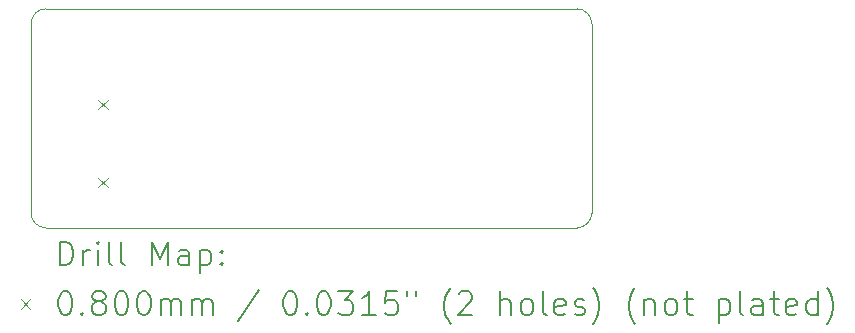
<source format=gbr>
%TF.GenerationSoftware,KiCad,Pcbnew,7.0.2*%
%TF.CreationDate,2023-10-30T14:33:18+01:00*%
%TF.ProjectId,programmer_board,70726f67-7261-46d6-9d65-725f626f6172,rev?*%
%TF.SameCoordinates,Original*%
%TF.FileFunction,Drillmap*%
%TF.FilePolarity,Positive*%
%FSLAX45Y45*%
G04 Gerber Fmt 4.5, Leading zero omitted, Abs format (unit mm)*
G04 Created by KiCad (PCBNEW 7.0.2) date 2023-10-30 14:33:18*
%MOMM*%
%LPD*%
G01*
G04 APERTURE LIST*
%ADD10C,0.100000*%
%ADD11C,0.200000*%
%ADD12C,0.080000*%
G04 APERTURE END LIST*
D10*
X8344803Y-8585200D02*
X8343900Y-10185400D01*
X13092797Y-10185400D02*
X13092797Y-8585200D01*
X12965797Y-10312397D02*
G75*
G03*
X13092797Y-10185400I3J126997D01*
G01*
X8471803Y-8458203D02*
G75*
G03*
X8344803Y-8585200I-3J-126997D01*
G01*
X8343900Y-10185400D02*
G75*
G03*
X8470900Y-10312400I127000J0D01*
G01*
X13092800Y-8585200D02*
G75*
G03*
X12965797Y-8458200I-127000J0D01*
G01*
X8470900Y-10312400D02*
X12965797Y-10312400D01*
X8471803Y-8458200D02*
X12965797Y-8458200D01*
D11*
D12*
X8913800Y-9229650D02*
X8993800Y-9309650D01*
X8993800Y-9229650D02*
X8913800Y-9309650D01*
X8913800Y-9889650D02*
X8993800Y-9969650D01*
X8993800Y-9889650D02*
X8913800Y-9969650D01*
D11*
X8586519Y-10629924D02*
X8586519Y-10429924D01*
X8586519Y-10429924D02*
X8634138Y-10429924D01*
X8634138Y-10429924D02*
X8662710Y-10439448D01*
X8662710Y-10439448D02*
X8681757Y-10458495D01*
X8681757Y-10458495D02*
X8691281Y-10477543D01*
X8691281Y-10477543D02*
X8700805Y-10515638D01*
X8700805Y-10515638D02*
X8700805Y-10544210D01*
X8700805Y-10544210D02*
X8691281Y-10582305D01*
X8691281Y-10582305D02*
X8681757Y-10601352D01*
X8681757Y-10601352D02*
X8662710Y-10620400D01*
X8662710Y-10620400D02*
X8634138Y-10629924D01*
X8634138Y-10629924D02*
X8586519Y-10629924D01*
X8786519Y-10629924D02*
X8786519Y-10496590D01*
X8786519Y-10534686D02*
X8796043Y-10515638D01*
X8796043Y-10515638D02*
X8805567Y-10506114D01*
X8805567Y-10506114D02*
X8824614Y-10496590D01*
X8824614Y-10496590D02*
X8843662Y-10496590D01*
X8910329Y-10629924D02*
X8910329Y-10496590D01*
X8910329Y-10429924D02*
X8900805Y-10439448D01*
X8900805Y-10439448D02*
X8910329Y-10448971D01*
X8910329Y-10448971D02*
X8919852Y-10439448D01*
X8919852Y-10439448D02*
X8910329Y-10429924D01*
X8910329Y-10429924D02*
X8910329Y-10448971D01*
X9034138Y-10629924D02*
X9015090Y-10620400D01*
X9015090Y-10620400D02*
X9005567Y-10601352D01*
X9005567Y-10601352D02*
X9005567Y-10429924D01*
X9138900Y-10629924D02*
X9119852Y-10620400D01*
X9119852Y-10620400D02*
X9110329Y-10601352D01*
X9110329Y-10601352D02*
X9110329Y-10429924D01*
X9367471Y-10629924D02*
X9367471Y-10429924D01*
X9367471Y-10429924D02*
X9434138Y-10572781D01*
X9434138Y-10572781D02*
X9500805Y-10429924D01*
X9500805Y-10429924D02*
X9500805Y-10629924D01*
X9681757Y-10629924D02*
X9681757Y-10525162D01*
X9681757Y-10525162D02*
X9672233Y-10506114D01*
X9672233Y-10506114D02*
X9653186Y-10496590D01*
X9653186Y-10496590D02*
X9615090Y-10496590D01*
X9615090Y-10496590D02*
X9596043Y-10506114D01*
X9681757Y-10620400D02*
X9662710Y-10629924D01*
X9662710Y-10629924D02*
X9615090Y-10629924D01*
X9615090Y-10629924D02*
X9596043Y-10620400D01*
X9596043Y-10620400D02*
X9586519Y-10601352D01*
X9586519Y-10601352D02*
X9586519Y-10582305D01*
X9586519Y-10582305D02*
X9596043Y-10563257D01*
X9596043Y-10563257D02*
X9615090Y-10553733D01*
X9615090Y-10553733D02*
X9662710Y-10553733D01*
X9662710Y-10553733D02*
X9681757Y-10544210D01*
X9776995Y-10496590D02*
X9776995Y-10696590D01*
X9776995Y-10506114D02*
X9796043Y-10496590D01*
X9796043Y-10496590D02*
X9834138Y-10496590D01*
X9834138Y-10496590D02*
X9853186Y-10506114D01*
X9853186Y-10506114D02*
X9862710Y-10515638D01*
X9862710Y-10515638D02*
X9872233Y-10534686D01*
X9872233Y-10534686D02*
X9872233Y-10591829D01*
X9872233Y-10591829D02*
X9862710Y-10610876D01*
X9862710Y-10610876D02*
X9853186Y-10620400D01*
X9853186Y-10620400D02*
X9834138Y-10629924D01*
X9834138Y-10629924D02*
X9796043Y-10629924D01*
X9796043Y-10629924D02*
X9776995Y-10620400D01*
X9957948Y-10610876D02*
X9967471Y-10620400D01*
X9967471Y-10620400D02*
X9957948Y-10629924D01*
X9957948Y-10629924D02*
X9948424Y-10620400D01*
X9948424Y-10620400D02*
X9957948Y-10610876D01*
X9957948Y-10610876D02*
X9957948Y-10629924D01*
X9957948Y-10506114D02*
X9967471Y-10515638D01*
X9967471Y-10515638D02*
X9957948Y-10525162D01*
X9957948Y-10525162D02*
X9948424Y-10515638D01*
X9948424Y-10515638D02*
X9957948Y-10506114D01*
X9957948Y-10506114D02*
X9957948Y-10525162D01*
D12*
X8258900Y-10917400D02*
X8338900Y-10997400D01*
X8338900Y-10917400D02*
X8258900Y-10997400D01*
D11*
X8624614Y-10849924D02*
X8643662Y-10849924D01*
X8643662Y-10849924D02*
X8662710Y-10859448D01*
X8662710Y-10859448D02*
X8672233Y-10868971D01*
X8672233Y-10868971D02*
X8681757Y-10888019D01*
X8681757Y-10888019D02*
X8691281Y-10926114D01*
X8691281Y-10926114D02*
X8691281Y-10973733D01*
X8691281Y-10973733D02*
X8681757Y-11011829D01*
X8681757Y-11011829D02*
X8672233Y-11030876D01*
X8672233Y-11030876D02*
X8662710Y-11040400D01*
X8662710Y-11040400D02*
X8643662Y-11049924D01*
X8643662Y-11049924D02*
X8624614Y-11049924D01*
X8624614Y-11049924D02*
X8605567Y-11040400D01*
X8605567Y-11040400D02*
X8596043Y-11030876D01*
X8596043Y-11030876D02*
X8586519Y-11011829D01*
X8586519Y-11011829D02*
X8576995Y-10973733D01*
X8576995Y-10973733D02*
X8576995Y-10926114D01*
X8576995Y-10926114D02*
X8586519Y-10888019D01*
X8586519Y-10888019D02*
X8596043Y-10868971D01*
X8596043Y-10868971D02*
X8605567Y-10859448D01*
X8605567Y-10859448D02*
X8624614Y-10849924D01*
X8776995Y-11030876D02*
X8786519Y-11040400D01*
X8786519Y-11040400D02*
X8776995Y-11049924D01*
X8776995Y-11049924D02*
X8767471Y-11040400D01*
X8767471Y-11040400D02*
X8776995Y-11030876D01*
X8776995Y-11030876D02*
X8776995Y-11049924D01*
X8900805Y-10935638D02*
X8881757Y-10926114D01*
X8881757Y-10926114D02*
X8872233Y-10916590D01*
X8872233Y-10916590D02*
X8862710Y-10897543D01*
X8862710Y-10897543D02*
X8862710Y-10888019D01*
X8862710Y-10888019D02*
X8872233Y-10868971D01*
X8872233Y-10868971D02*
X8881757Y-10859448D01*
X8881757Y-10859448D02*
X8900805Y-10849924D01*
X8900805Y-10849924D02*
X8938900Y-10849924D01*
X8938900Y-10849924D02*
X8957948Y-10859448D01*
X8957948Y-10859448D02*
X8967471Y-10868971D01*
X8967471Y-10868971D02*
X8976995Y-10888019D01*
X8976995Y-10888019D02*
X8976995Y-10897543D01*
X8976995Y-10897543D02*
X8967471Y-10916590D01*
X8967471Y-10916590D02*
X8957948Y-10926114D01*
X8957948Y-10926114D02*
X8938900Y-10935638D01*
X8938900Y-10935638D02*
X8900805Y-10935638D01*
X8900805Y-10935638D02*
X8881757Y-10945162D01*
X8881757Y-10945162D02*
X8872233Y-10954686D01*
X8872233Y-10954686D02*
X8862710Y-10973733D01*
X8862710Y-10973733D02*
X8862710Y-11011829D01*
X8862710Y-11011829D02*
X8872233Y-11030876D01*
X8872233Y-11030876D02*
X8881757Y-11040400D01*
X8881757Y-11040400D02*
X8900805Y-11049924D01*
X8900805Y-11049924D02*
X8938900Y-11049924D01*
X8938900Y-11049924D02*
X8957948Y-11040400D01*
X8957948Y-11040400D02*
X8967471Y-11030876D01*
X8967471Y-11030876D02*
X8976995Y-11011829D01*
X8976995Y-11011829D02*
X8976995Y-10973733D01*
X8976995Y-10973733D02*
X8967471Y-10954686D01*
X8967471Y-10954686D02*
X8957948Y-10945162D01*
X8957948Y-10945162D02*
X8938900Y-10935638D01*
X9100805Y-10849924D02*
X9119852Y-10849924D01*
X9119852Y-10849924D02*
X9138900Y-10859448D01*
X9138900Y-10859448D02*
X9148424Y-10868971D01*
X9148424Y-10868971D02*
X9157948Y-10888019D01*
X9157948Y-10888019D02*
X9167471Y-10926114D01*
X9167471Y-10926114D02*
X9167471Y-10973733D01*
X9167471Y-10973733D02*
X9157948Y-11011829D01*
X9157948Y-11011829D02*
X9148424Y-11030876D01*
X9148424Y-11030876D02*
X9138900Y-11040400D01*
X9138900Y-11040400D02*
X9119852Y-11049924D01*
X9119852Y-11049924D02*
X9100805Y-11049924D01*
X9100805Y-11049924D02*
X9081757Y-11040400D01*
X9081757Y-11040400D02*
X9072233Y-11030876D01*
X9072233Y-11030876D02*
X9062710Y-11011829D01*
X9062710Y-11011829D02*
X9053186Y-10973733D01*
X9053186Y-10973733D02*
X9053186Y-10926114D01*
X9053186Y-10926114D02*
X9062710Y-10888019D01*
X9062710Y-10888019D02*
X9072233Y-10868971D01*
X9072233Y-10868971D02*
X9081757Y-10859448D01*
X9081757Y-10859448D02*
X9100805Y-10849924D01*
X9291281Y-10849924D02*
X9310329Y-10849924D01*
X9310329Y-10849924D02*
X9329376Y-10859448D01*
X9329376Y-10859448D02*
X9338900Y-10868971D01*
X9338900Y-10868971D02*
X9348424Y-10888019D01*
X9348424Y-10888019D02*
X9357948Y-10926114D01*
X9357948Y-10926114D02*
X9357948Y-10973733D01*
X9357948Y-10973733D02*
X9348424Y-11011829D01*
X9348424Y-11011829D02*
X9338900Y-11030876D01*
X9338900Y-11030876D02*
X9329376Y-11040400D01*
X9329376Y-11040400D02*
X9310329Y-11049924D01*
X9310329Y-11049924D02*
X9291281Y-11049924D01*
X9291281Y-11049924D02*
X9272233Y-11040400D01*
X9272233Y-11040400D02*
X9262710Y-11030876D01*
X9262710Y-11030876D02*
X9253186Y-11011829D01*
X9253186Y-11011829D02*
X9243662Y-10973733D01*
X9243662Y-10973733D02*
X9243662Y-10926114D01*
X9243662Y-10926114D02*
X9253186Y-10888019D01*
X9253186Y-10888019D02*
X9262710Y-10868971D01*
X9262710Y-10868971D02*
X9272233Y-10859448D01*
X9272233Y-10859448D02*
X9291281Y-10849924D01*
X9443662Y-11049924D02*
X9443662Y-10916590D01*
X9443662Y-10935638D02*
X9453186Y-10926114D01*
X9453186Y-10926114D02*
X9472233Y-10916590D01*
X9472233Y-10916590D02*
X9500805Y-10916590D01*
X9500805Y-10916590D02*
X9519852Y-10926114D01*
X9519852Y-10926114D02*
X9529376Y-10945162D01*
X9529376Y-10945162D02*
X9529376Y-11049924D01*
X9529376Y-10945162D02*
X9538900Y-10926114D01*
X9538900Y-10926114D02*
X9557948Y-10916590D01*
X9557948Y-10916590D02*
X9586519Y-10916590D01*
X9586519Y-10916590D02*
X9605567Y-10926114D01*
X9605567Y-10926114D02*
X9615091Y-10945162D01*
X9615091Y-10945162D02*
X9615091Y-11049924D01*
X9710329Y-11049924D02*
X9710329Y-10916590D01*
X9710329Y-10935638D02*
X9719852Y-10926114D01*
X9719852Y-10926114D02*
X9738900Y-10916590D01*
X9738900Y-10916590D02*
X9767472Y-10916590D01*
X9767472Y-10916590D02*
X9786519Y-10926114D01*
X9786519Y-10926114D02*
X9796043Y-10945162D01*
X9796043Y-10945162D02*
X9796043Y-11049924D01*
X9796043Y-10945162D02*
X9805567Y-10926114D01*
X9805567Y-10926114D02*
X9824614Y-10916590D01*
X9824614Y-10916590D02*
X9853186Y-10916590D01*
X9853186Y-10916590D02*
X9872233Y-10926114D01*
X9872233Y-10926114D02*
X9881757Y-10945162D01*
X9881757Y-10945162D02*
X9881757Y-11049924D01*
X10272233Y-10840400D02*
X10100805Y-11097543D01*
X10529376Y-10849924D02*
X10548424Y-10849924D01*
X10548424Y-10849924D02*
X10567472Y-10859448D01*
X10567472Y-10859448D02*
X10576995Y-10868971D01*
X10576995Y-10868971D02*
X10586519Y-10888019D01*
X10586519Y-10888019D02*
X10596043Y-10926114D01*
X10596043Y-10926114D02*
X10596043Y-10973733D01*
X10596043Y-10973733D02*
X10586519Y-11011829D01*
X10586519Y-11011829D02*
X10576995Y-11030876D01*
X10576995Y-11030876D02*
X10567472Y-11040400D01*
X10567472Y-11040400D02*
X10548424Y-11049924D01*
X10548424Y-11049924D02*
X10529376Y-11049924D01*
X10529376Y-11049924D02*
X10510329Y-11040400D01*
X10510329Y-11040400D02*
X10500805Y-11030876D01*
X10500805Y-11030876D02*
X10491281Y-11011829D01*
X10491281Y-11011829D02*
X10481757Y-10973733D01*
X10481757Y-10973733D02*
X10481757Y-10926114D01*
X10481757Y-10926114D02*
X10491281Y-10888019D01*
X10491281Y-10888019D02*
X10500805Y-10868971D01*
X10500805Y-10868971D02*
X10510329Y-10859448D01*
X10510329Y-10859448D02*
X10529376Y-10849924D01*
X10681757Y-11030876D02*
X10691281Y-11040400D01*
X10691281Y-11040400D02*
X10681757Y-11049924D01*
X10681757Y-11049924D02*
X10672234Y-11040400D01*
X10672234Y-11040400D02*
X10681757Y-11030876D01*
X10681757Y-11030876D02*
X10681757Y-11049924D01*
X10815091Y-10849924D02*
X10834138Y-10849924D01*
X10834138Y-10849924D02*
X10853186Y-10859448D01*
X10853186Y-10859448D02*
X10862710Y-10868971D01*
X10862710Y-10868971D02*
X10872234Y-10888019D01*
X10872234Y-10888019D02*
X10881757Y-10926114D01*
X10881757Y-10926114D02*
X10881757Y-10973733D01*
X10881757Y-10973733D02*
X10872234Y-11011829D01*
X10872234Y-11011829D02*
X10862710Y-11030876D01*
X10862710Y-11030876D02*
X10853186Y-11040400D01*
X10853186Y-11040400D02*
X10834138Y-11049924D01*
X10834138Y-11049924D02*
X10815091Y-11049924D01*
X10815091Y-11049924D02*
X10796043Y-11040400D01*
X10796043Y-11040400D02*
X10786519Y-11030876D01*
X10786519Y-11030876D02*
X10776995Y-11011829D01*
X10776995Y-11011829D02*
X10767472Y-10973733D01*
X10767472Y-10973733D02*
X10767472Y-10926114D01*
X10767472Y-10926114D02*
X10776995Y-10888019D01*
X10776995Y-10888019D02*
X10786519Y-10868971D01*
X10786519Y-10868971D02*
X10796043Y-10859448D01*
X10796043Y-10859448D02*
X10815091Y-10849924D01*
X10948424Y-10849924D02*
X11072234Y-10849924D01*
X11072234Y-10849924D02*
X11005567Y-10926114D01*
X11005567Y-10926114D02*
X11034138Y-10926114D01*
X11034138Y-10926114D02*
X11053186Y-10935638D01*
X11053186Y-10935638D02*
X11062710Y-10945162D01*
X11062710Y-10945162D02*
X11072234Y-10964210D01*
X11072234Y-10964210D02*
X11072234Y-11011829D01*
X11072234Y-11011829D02*
X11062710Y-11030876D01*
X11062710Y-11030876D02*
X11053186Y-11040400D01*
X11053186Y-11040400D02*
X11034138Y-11049924D01*
X11034138Y-11049924D02*
X10976995Y-11049924D01*
X10976995Y-11049924D02*
X10957948Y-11040400D01*
X10957948Y-11040400D02*
X10948424Y-11030876D01*
X11262710Y-11049924D02*
X11148424Y-11049924D01*
X11205567Y-11049924D02*
X11205567Y-10849924D01*
X11205567Y-10849924D02*
X11186519Y-10878495D01*
X11186519Y-10878495D02*
X11167472Y-10897543D01*
X11167472Y-10897543D02*
X11148424Y-10907067D01*
X11443662Y-10849924D02*
X11348424Y-10849924D01*
X11348424Y-10849924D02*
X11338900Y-10945162D01*
X11338900Y-10945162D02*
X11348424Y-10935638D01*
X11348424Y-10935638D02*
X11367472Y-10926114D01*
X11367472Y-10926114D02*
X11415091Y-10926114D01*
X11415091Y-10926114D02*
X11434138Y-10935638D01*
X11434138Y-10935638D02*
X11443662Y-10945162D01*
X11443662Y-10945162D02*
X11453186Y-10964210D01*
X11453186Y-10964210D02*
X11453186Y-11011829D01*
X11453186Y-11011829D02*
X11443662Y-11030876D01*
X11443662Y-11030876D02*
X11434138Y-11040400D01*
X11434138Y-11040400D02*
X11415091Y-11049924D01*
X11415091Y-11049924D02*
X11367472Y-11049924D01*
X11367472Y-11049924D02*
X11348424Y-11040400D01*
X11348424Y-11040400D02*
X11338900Y-11030876D01*
X11529376Y-10849924D02*
X11529376Y-10888019D01*
X11605567Y-10849924D02*
X11605567Y-10888019D01*
X11900805Y-11126114D02*
X11891281Y-11116590D01*
X11891281Y-11116590D02*
X11872234Y-11088019D01*
X11872234Y-11088019D02*
X11862710Y-11068971D01*
X11862710Y-11068971D02*
X11853186Y-11040400D01*
X11853186Y-11040400D02*
X11843662Y-10992781D01*
X11843662Y-10992781D02*
X11843662Y-10954686D01*
X11843662Y-10954686D02*
X11853186Y-10907067D01*
X11853186Y-10907067D02*
X11862710Y-10878495D01*
X11862710Y-10878495D02*
X11872234Y-10859448D01*
X11872234Y-10859448D02*
X11891281Y-10830876D01*
X11891281Y-10830876D02*
X11900805Y-10821352D01*
X11967472Y-10868971D02*
X11976995Y-10859448D01*
X11976995Y-10859448D02*
X11996043Y-10849924D01*
X11996043Y-10849924D02*
X12043662Y-10849924D01*
X12043662Y-10849924D02*
X12062710Y-10859448D01*
X12062710Y-10859448D02*
X12072234Y-10868971D01*
X12072234Y-10868971D02*
X12081757Y-10888019D01*
X12081757Y-10888019D02*
X12081757Y-10907067D01*
X12081757Y-10907067D02*
X12072234Y-10935638D01*
X12072234Y-10935638D02*
X11957948Y-11049924D01*
X11957948Y-11049924D02*
X12081757Y-11049924D01*
X12319853Y-11049924D02*
X12319853Y-10849924D01*
X12405567Y-11049924D02*
X12405567Y-10945162D01*
X12405567Y-10945162D02*
X12396043Y-10926114D01*
X12396043Y-10926114D02*
X12376996Y-10916590D01*
X12376996Y-10916590D02*
X12348424Y-10916590D01*
X12348424Y-10916590D02*
X12329376Y-10926114D01*
X12329376Y-10926114D02*
X12319853Y-10935638D01*
X12529376Y-11049924D02*
X12510329Y-11040400D01*
X12510329Y-11040400D02*
X12500805Y-11030876D01*
X12500805Y-11030876D02*
X12491281Y-11011829D01*
X12491281Y-11011829D02*
X12491281Y-10954686D01*
X12491281Y-10954686D02*
X12500805Y-10935638D01*
X12500805Y-10935638D02*
X12510329Y-10926114D01*
X12510329Y-10926114D02*
X12529376Y-10916590D01*
X12529376Y-10916590D02*
X12557948Y-10916590D01*
X12557948Y-10916590D02*
X12576996Y-10926114D01*
X12576996Y-10926114D02*
X12586519Y-10935638D01*
X12586519Y-10935638D02*
X12596043Y-10954686D01*
X12596043Y-10954686D02*
X12596043Y-11011829D01*
X12596043Y-11011829D02*
X12586519Y-11030876D01*
X12586519Y-11030876D02*
X12576996Y-11040400D01*
X12576996Y-11040400D02*
X12557948Y-11049924D01*
X12557948Y-11049924D02*
X12529376Y-11049924D01*
X12710329Y-11049924D02*
X12691281Y-11040400D01*
X12691281Y-11040400D02*
X12681757Y-11021352D01*
X12681757Y-11021352D02*
X12681757Y-10849924D01*
X12862710Y-11040400D02*
X12843662Y-11049924D01*
X12843662Y-11049924D02*
X12805567Y-11049924D01*
X12805567Y-11049924D02*
X12786519Y-11040400D01*
X12786519Y-11040400D02*
X12776996Y-11021352D01*
X12776996Y-11021352D02*
X12776996Y-10945162D01*
X12776996Y-10945162D02*
X12786519Y-10926114D01*
X12786519Y-10926114D02*
X12805567Y-10916590D01*
X12805567Y-10916590D02*
X12843662Y-10916590D01*
X12843662Y-10916590D02*
X12862710Y-10926114D01*
X12862710Y-10926114D02*
X12872234Y-10945162D01*
X12872234Y-10945162D02*
X12872234Y-10964210D01*
X12872234Y-10964210D02*
X12776996Y-10983257D01*
X12948424Y-11040400D02*
X12967472Y-11049924D01*
X12967472Y-11049924D02*
X13005567Y-11049924D01*
X13005567Y-11049924D02*
X13024615Y-11040400D01*
X13024615Y-11040400D02*
X13034138Y-11021352D01*
X13034138Y-11021352D02*
X13034138Y-11011829D01*
X13034138Y-11011829D02*
X13024615Y-10992781D01*
X13024615Y-10992781D02*
X13005567Y-10983257D01*
X13005567Y-10983257D02*
X12976996Y-10983257D01*
X12976996Y-10983257D02*
X12957948Y-10973733D01*
X12957948Y-10973733D02*
X12948424Y-10954686D01*
X12948424Y-10954686D02*
X12948424Y-10945162D01*
X12948424Y-10945162D02*
X12957948Y-10926114D01*
X12957948Y-10926114D02*
X12976996Y-10916590D01*
X12976996Y-10916590D02*
X13005567Y-10916590D01*
X13005567Y-10916590D02*
X13024615Y-10926114D01*
X13100805Y-11126114D02*
X13110329Y-11116590D01*
X13110329Y-11116590D02*
X13129377Y-11088019D01*
X13129377Y-11088019D02*
X13138900Y-11068971D01*
X13138900Y-11068971D02*
X13148424Y-11040400D01*
X13148424Y-11040400D02*
X13157948Y-10992781D01*
X13157948Y-10992781D02*
X13157948Y-10954686D01*
X13157948Y-10954686D02*
X13148424Y-10907067D01*
X13148424Y-10907067D02*
X13138900Y-10878495D01*
X13138900Y-10878495D02*
X13129377Y-10859448D01*
X13129377Y-10859448D02*
X13110329Y-10830876D01*
X13110329Y-10830876D02*
X13100805Y-10821352D01*
X13462710Y-11126114D02*
X13453186Y-11116590D01*
X13453186Y-11116590D02*
X13434138Y-11088019D01*
X13434138Y-11088019D02*
X13424615Y-11068971D01*
X13424615Y-11068971D02*
X13415091Y-11040400D01*
X13415091Y-11040400D02*
X13405567Y-10992781D01*
X13405567Y-10992781D02*
X13405567Y-10954686D01*
X13405567Y-10954686D02*
X13415091Y-10907067D01*
X13415091Y-10907067D02*
X13424615Y-10878495D01*
X13424615Y-10878495D02*
X13434138Y-10859448D01*
X13434138Y-10859448D02*
X13453186Y-10830876D01*
X13453186Y-10830876D02*
X13462710Y-10821352D01*
X13538900Y-10916590D02*
X13538900Y-11049924D01*
X13538900Y-10935638D02*
X13548424Y-10926114D01*
X13548424Y-10926114D02*
X13567472Y-10916590D01*
X13567472Y-10916590D02*
X13596043Y-10916590D01*
X13596043Y-10916590D02*
X13615091Y-10926114D01*
X13615091Y-10926114D02*
X13624615Y-10945162D01*
X13624615Y-10945162D02*
X13624615Y-11049924D01*
X13748424Y-11049924D02*
X13729377Y-11040400D01*
X13729377Y-11040400D02*
X13719853Y-11030876D01*
X13719853Y-11030876D02*
X13710329Y-11011829D01*
X13710329Y-11011829D02*
X13710329Y-10954686D01*
X13710329Y-10954686D02*
X13719853Y-10935638D01*
X13719853Y-10935638D02*
X13729377Y-10926114D01*
X13729377Y-10926114D02*
X13748424Y-10916590D01*
X13748424Y-10916590D02*
X13776996Y-10916590D01*
X13776996Y-10916590D02*
X13796043Y-10926114D01*
X13796043Y-10926114D02*
X13805567Y-10935638D01*
X13805567Y-10935638D02*
X13815091Y-10954686D01*
X13815091Y-10954686D02*
X13815091Y-11011829D01*
X13815091Y-11011829D02*
X13805567Y-11030876D01*
X13805567Y-11030876D02*
X13796043Y-11040400D01*
X13796043Y-11040400D02*
X13776996Y-11049924D01*
X13776996Y-11049924D02*
X13748424Y-11049924D01*
X13872234Y-10916590D02*
X13948424Y-10916590D01*
X13900805Y-10849924D02*
X13900805Y-11021352D01*
X13900805Y-11021352D02*
X13910329Y-11040400D01*
X13910329Y-11040400D02*
X13929377Y-11049924D01*
X13929377Y-11049924D02*
X13948424Y-11049924D01*
X14167472Y-10916590D02*
X14167472Y-11116590D01*
X14167472Y-10926114D02*
X14186519Y-10916590D01*
X14186519Y-10916590D02*
X14224615Y-10916590D01*
X14224615Y-10916590D02*
X14243662Y-10926114D01*
X14243662Y-10926114D02*
X14253186Y-10935638D01*
X14253186Y-10935638D02*
X14262710Y-10954686D01*
X14262710Y-10954686D02*
X14262710Y-11011829D01*
X14262710Y-11011829D02*
X14253186Y-11030876D01*
X14253186Y-11030876D02*
X14243662Y-11040400D01*
X14243662Y-11040400D02*
X14224615Y-11049924D01*
X14224615Y-11049924D02*
X14186519Y-11049924D01*
X14186519Y-11049924D02*
X14167472Y-11040400D01*
X14376996Y-11049924D02*
X14357948Y-11040400D01*
X14357948Y-11040400D02*
X14348424Y-11021352D01*
X14348424Y-11021352D02*
X14348424Y-10849924D01*
X14538900Y-11049924D02*
X14538900Y-10945162D01*
X14538900Y-10945162D02*
X14529377Y-10926114D01*
X14529377Y-10926114D02*
X14510329Y-10916590D01*
X14510329Y-10916590D02*
X14472234Y-10916590D01*
X14472234Y-10916590D02*
X14453186Y-10926114D01*
X14538900Y-11040400D02*
X14519853Y-11049924D01*
X14519853Y-11049924D02*
X14472234Y-11049924D01*
X14472234Y-11049924D02*
X14453186Y-11040400D01*
X14453186Y-11040400D02*
X14443662Y-11021352D01*
X14443662Y-11021352D02*
X14443662Y-11002305D01*
X14443662Y-11002305D02*
X14453186Y-10983257D01*
X14453186Y-10983257D02*
X14472234Y-10973733D01*
X14472234Y-10973733D02*
X14519853Y-10973733D01*
X14519853Y-10973733D02*
X14538900Y-10964210D01*
X14605567Y-10916590D02*
X14681758Y-10916590D01*
X14634139Y-10849924D02*
X14634139Y-11021352D01*
X14634139Y-11021352D02*
X14643662Y-11040400D01*
X14643662Y-11040400D02*
X14662710Y-11049924D01*
X14662710Y-11049924D02*
X14681758Y-11049924D01*
X14824615Y-11040400D02*
X14805567Y-11049924D01*
X14805567Y-11049924D02*
X14767472Y-11049924D01*
X14767472Y-11049924D02*
X14748424Y-11040400D01*
X14748424Y-11040400D02*
X14738900Y-11021352D01*
X14738900Y-11021352D02*
X14738900Y-10945162D01*
X14738900Y-10945162D02*
X14748424Y-10926114D01*
X14748424Y-10926114D02*
X14767472Y-10916590D01*
X14767472Y-10916590D02*
X14805567Y-10916590D01*
X14805567Y-10916590D02*
X14824615Y-10926114D01*
X14824615Y-10926114D02*
X14834139Y-10945162D01*
X14834139Y-10945162D02*
X14834139Y-10964210D01*
X14834139Y-10964210D02*
X14738900Y-10983257D01*
X15005567Y-11049924D02*
X15005567Y-10849924D01*
X15005567Y-11040400D02*
X14986520Y-11049924D01*
X14986520Y-11049924D02*
X14948424Y-11049924D01*
X14948424Y-11049924D02*
X14929377Y-11040400D01*
X14929377Y-11040400D02*
X14919853Y-11030876D01*
X14919853Y-11030876D02*
X14910329Y-11011829D01*
X14910329Y-11011829D02*
X14910329Y-10954686D01*
X14910329Y-10954686D02*
X14919853Y-10935638D01*
X14919853Y-10935638D02*
X14929377Y-10926114D01*
X14929377Y-10926114D02*
X14948424Y-10916590D01*
X14948424Y-10916590D02*
X14986520Y-10916590D01*
X14986520Y-10916590D02*
X15005567Y-10926114D01*
X15081758Y-11126114D02*
X15091281Y-11116590D01*
X15091281Y-11116590D02*
X15110329Y-11088019D01*
X15110329Y-11088019D02*
X15119853Y-11068971D01*
X15119853Y-11068971D02*
X15129377Y-11040400D01*
X15129377Y-11040400D02*
X15138900Y-10992781D01*
X15138900Y-10992781D02*
X15138900Y-10954686D01*
X15138900Y-10954686D02*
X15129377Y-10907067D01*
X15129377Y-10907067D02*
X15119853Y-10878495D01*
X15119853Y-10878495D02*
X15110329Y-10859448D01*
X15110329Y-10859448D02*
X15091281Y-10830876D01*
X15091281Y-10830876D02*
X15081758Y-10821352D01*
M02*

</source>
